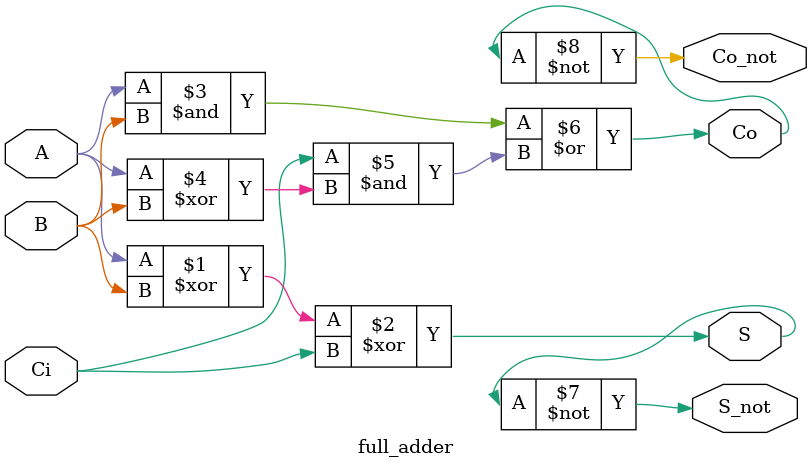
<source format=v>
`timescale 1ns / 1ps

module full_adder (
    input  A, B, Ci,       // Inputs: A, B, and Carry-in
    output S, S_not,        // Outputs: Sum and its complement
    output Co, Co_not       // Outputs: Carry-out and its complement
);
    // Behavioral logic for Sum (S) and Carry-out (Co)
    assign S = A ^ B ^ Ci;  // Sum is the XOR of A, B, and Ci
    assign Co = (A & B) | (Ci & (A ^ B)); // Carry-out logic

    // Complement outputs
    assign S_not = ~S;      // Complement of Sum
    assign Co_not = ~Co;    // Complement of Carry-out
endmodule
</source>
